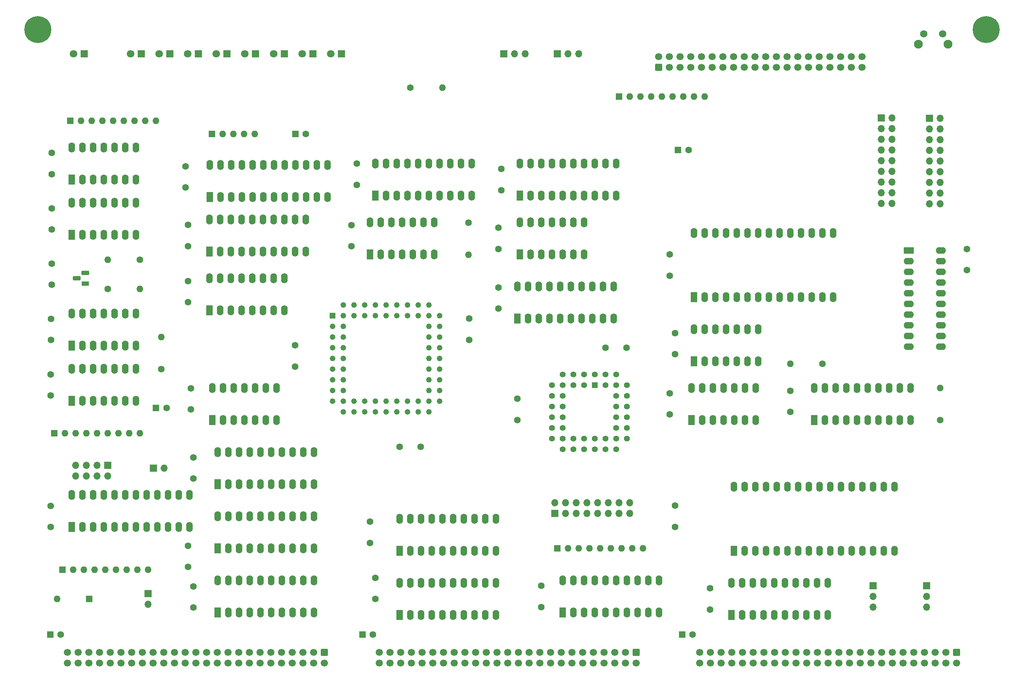
<source format=gbr>
%TF.GenerationSoftware,KiCad,Pcbnew,(6.0.11)*%
%TF.CreationDate,2024-11-04T08:13:37-06:00*%
%TF.ProjectId,processor.80C188,70726f63-6573-4736-9f72-2e3830433138,v0.8*%
%TF.SameCoordinates,Original*%
%TF.FileFunction,Soldermask,Top*%
%TF.FilePolarity,Negative*%
%FSLAX46Y46*%
G04 Gerber Fmt 4.6, Leading zero omitted, Abs format (unit mm)*
G04 Created by KiCad (PCBNEW (6.0.11)) date 2024-11-04 08:13:37*
%MOMM*%
%LPD*%
G01*
G04 APERTURE LIST*
G04 Aperture macros list*
%AMRoundRect*
0 Rectangle with rounded corners*
0 $1 Rounding radius*
0 $2 $3 $4 $5 $6 $7 $8 $9 X,Y pos of 4 corners*
0 Add a 4 corners polygon primitive as box body*
4,1,4,$2,$3,$4,$5,$6,$7,$8,$9,$2,$3,0*
0 Add four circle primitives for the rounded corners*
1,1,$1+$1,$2,$3*
1,1,$1+$1,$4,$5*
1,1,$1+$1,$6,$7*
1,1,$1+$1,$8,$9*
0 Add four rect primitives between the rounded corners*
20,1,$1+$1,$2,$3,$4,$5,0*
20,1,$1+$1,$4,$5,$6,$7,0*
20,1,$1+$1,$6,$7,$8,$9,0*
20,1,$1+$1,$8,$9,$2,$3,0*%
G04 Aperture macros list end*
%ADD10RoundRect,0.250000X-0.600000X0.600000X-0.600000X-0.600000X0.600000X-0.600000X0.600000X0.600000X0*%
%ADD11C,1.700000*%
%ADD12C,1.600000*%
%ADD13R,1.600000X1.600000*%
%ADD14R,1.800000X1.800000*%
%ADD15C,1.800000*%
%ADD16O,1.600000X1.600000*%
%ADD17R,1.600000X2.400000*%
%ADD18O,1.600000X2.400000*%
%ADD19C,6.400000*%
%ADD20R,1.800000X1.100000*%
%ADD21RoundRect,0.275000X0.625000X-0.275000X0.625000X0.275000X-0.625000X0.275000X-0.625000X-0.275000X0*%
%ADD22RoundRect,0.250000X0.600000X-0.600000X0.600000X0.600000X-0.600000X0.600000X-0.600000X-0.600000X0*%
%ADD23R,1.422400X1.422400*%
%ADD24C,1.422400*%
%ADD25R,1.320800X1.320800*%
%ADD26C,1.320800*%
%ADD27C,2.100000*%
%ADD28C,1.750000*%
%ADD29R,1.700000X1.700000*%
%ADD30O,1.700000X1.700000*%
%ADD31R,2.400000X1.600000*%
%ADD32O,2.400000X1.600000*%
G04 APERTURE END LIST*
D10*
%TO.C,P1*%
X108000000Y-223000000D03*
D11*
X108000000Y-225540000D03*
X105460000Y-223000000D03*
X105460000Y-225540000D03*
X102920000Y-223000000D03*
X102920000Y-225540000D03*
X100380000Y-223000000D03*
X100380000Y-225540000D03*
X97840000Y-223000000D03*
X97840000Y-225540000D03*
X95300000Y-223000000D03*
X95300000Y-225540000D03*
X92760000Y-223000000D03*
X92760000Y-225540000D03*
X90220000Y-223000000D03*
X90220000Y-225540000D03*
X87680000Y-223000000D03*
X87680000Y-225540000D03*
X85140000Y-223000000D03*
X85140000Y-225540000D03*
X82600000Y-223000000D03*
X82600000Y-225540000D03*
X80060000Y-223000000D03*
X80060000Y-225540000D03*
X77520000Y-223000000D03*
X77520000Y-225540000D03*
X74980000Y-223000000D03*
X74980000Y-225540000D03*
X72440000Y-223000000D03*
X72440000Y-225540000D03*
X69900000Y-223000000D03*
X69900000Y-225540000D03*
X67360000Y-223000000D03*
X67360000Y-225540000D03*
X64820000Y-223000000D03*
X64820000Y-225540000D03*
X62280000Y-223000000D03*
X62280000Y-225540000D03*
X59740000Y-223000000D03*
X59740000Y-225540000D03*
X57200000Y-223000000D03*
X57200000Y-225540000D03*
X54660000Y-223000000D03*
X54660000Y-225540000D03*
X52120000Y-223000000D03*
X52120000Y-225540000D03*
X49580000Y-223000000D03*
X49580000Y-225540000D03*
X47040000Y-223000000D03*
X47040000Y-225540000D03*
%TD*%
D12*
%TO.C,C2*%
X142315000Y-143680000D03*
X142315000Y-148680000D03*
%TD*%
%TO.C,C3*%
X43255000Y-130605000D03*
X43255000Y-135605000D03*
%TD*%
%TO.C,C4*%
X174700000Y-150625000D03*
X179700000Y-150625000D03*
%TD*%
%TO.C,C5*%
X75640000Y-197655000D03*
X75640000Y-202655000D03*
%TD*%
%TO.C,C6*%
X43000000Y-156900000D03*
X43000000Y-161900000D03*
%TD*%
%TO.C,C8*%
X159460000Y-207180000D03*
X159460000Y-212180000D03*
%TD*%
%TO.C,C9*%
X125845000Y-174120000D03*
X130845000Y-174120000D03*
%TD*%
%TO.C,C10*%
X76910000Y-207270000D03*
X76910000Y-212270000D03*
%TD*%
%TO.C,C11*%
X43255000Y-117457500D03*
X43255000Y-122457500D03*
%TD*%
%TO.C,C14*%
X149300000Y-122090000D03*
X149300000Y-127090000D03*
%TD*%
%TO.C,C15*%
X149330000Y-136305000D03*
X149330000Y-141305000D03*
%TD*%
D13*
%TO.C,C25*%
X42929600Y-218750000D03*
D12*
X45429600Y-218750000D03*
%TD*%
D13*
%TO.C,C26*%
X68019900Y-164900000D03*
D12*
X70519900Y-164900000D03*
%TD*%
%TO.C,C17*%
X189940000Y-128440000D03*
X189940000Y-133440000D03*
%TD*%
%TO.C,C20*%
X120090000Y-205315000D03*
X120090000Y-210315000D03*
%TD*%
%TO.C,C21*%
X76910000Y-176660000D03*
X76910000Y-181660000D03*
%TD*%
%TO.C,C22*%
X75640000Y-134750000D03*
X75640000Y-139750000D03*
%TD*%
%TO.C,C23*%
X153745000Y-167730000D03*
X153745000Y-162730000D03*
%TD*%
D13*
%TO.C,C27*%
X117000000Y-218750000D03*
D12*
X119500000Y-218750000D03*
%TD*%
D13*
%TO.C,C28*%
X192884700Y-218750000D03*
D12*
X195384700Y-218750000D03*
%TD*%
D13*
%TO.C,C29*%
X191909900Y-103635000D03*
D12*
X194409900Y-103635000D03*
%TD*%
D14*
%TO.C,D4*%
X64544000Y-80775000D03*
D15*
X62004000Y-80775000D03*
%TD*%
D13*
%TO.C,D6*%
X52145000Y-210315000D03*
D16*
X44525000Y-210315000D03*
%TD*%
D14*
%TO.C,D2*%
X71326000Y-80775000D03*
D15*
X68786000Y-80775000D03*
%TD*%
D12*
%TO.C,R5*%
X69290000Y-155705000D03*
D16*
X69290000Y-148085000D03*
%TD*%
D17*
%TO.C,U4*%
X48000000Y-163200000D03*
D18*
X50540000Y-163200000D03*
X53080000Y-163200000D03*
X55620000Y-163200000D03*
X58160000Y-163200000D03*
X60700000Y-163200000D03*
X63240000Y-163200000D03*
X63240000Y-155580000D03*
X60700000Y-155580000D03*
X58160000Y-155580000D03*
X55620000Y-155580000D03*
X53080000Y-155580000D03*
X50540000Y-155580000D03*
X48000000Y-155580000D03*
%TD*%
D17*
%TO.C,U6*%
X82630000Y-198240000D03*
D18*
X85170000Y-198240000D03*
X87710000Y-198240000D03*
X90250000Y-198240000D03*
X92790000Y-198240000D03*
X95330000Y-198240000D03*
X97870000Y-198240000D03*
X100410000Y-198240000D03*
X102950000Y-198240000D03*
X105490000Y-198240000D03*
X105490000Y-190620000D03*
X102950000Y-190620000D03*
X100410000Y-190620000D03*
X97870000Y-190620000D03*
X95330000Y-190620000D03*
X92790000Y-190620000D03*
X90250000Y-190620000D03*
X87710000Y-190620000D03*
X85170000Y-190620000D03*
X82630000Y-190620000D03*
%TD*%
D17*
%TO.C,U8*%
X164540000Y-213480000D03*
D18*
X167080000Y-213480000D03*
X169620000Y-213480000D03*
X172160000Y-213480000D03*
X174700000Y-213480000D03*
X177240000Y-213480000D03*
X179780000Y-213480000D03*
X182320000Y-213480000D03*
X184860000Y-213480000D03*
X187400000Y-213480000D03*
X187400000Y-205860000D03*
X184860000Y-205860000D03*
X182320000Y-205860000D03*
X179780000Y-205860000D03*
X177240000Y-205860000D03*
X174700000Y-205860000D03*
X172160000Y-205860000D03*
X169620000Y-205860000D03*
X167080000Y-205860000D03*
X164540000Y-205860000D03*
%TD*%
D17*
%TO.C,U15*%
X48000000Y-193200000D03*
D18*
X50540000Y-193200000D03*
X53080000Y-193200000D03*
X55620000Y-193200000D03*
X58160000Y-193200000D03*
X60700000Y-193200000D03*
X63240000Y-193200000D03*
X65780000Y-193200000D03*
X68320000Y-193200000D03*
X70860000Y-193200000D03*
X73400000Y-193200000D03*
X75940000Y-193200000D03*
X75940000Y-185580000D03*
X73400000Y-185580000D03*
X70860000Y-185580000D03*
X68320000Y-185580000D03*
X65780000Y-185580000D03*
X63240000Y-185580000D03*
X60700000Y-185580000D03*
X58160000Y-185580000D03*
X55620000Y-185580000D03*
X53080000Y-185580000D03*
X50540000Y-185580000D03*
X48000000Y-185580000D03*
%TD*%
D17*
%TO.C,U1*%
X48000000Y-150052500D03*
D18*
X50540000Y-150052500D03*
X53080000Y-150052500D03*
X55620000Y-150052500D03*
X58160000Y-150052500D03*
X60700000Y-150052500D03*
X63240000Y-150052500D03*
X63240000Y-142432500D03*
X60700000Y-142432500D03*
X58160000Y-142432500D03*
X55620000Y-142432500D03*
X53080000Y-142432500D03*
X50540000Y-142432500D03*
X48000000Y-142432500D03*
%TD*%
D10*
%TO.C,P2*%
X182000000Y-223000000D03*
D11*
X182000000Y-225540000D03*
X179460000Y-223000000D03*
X179460000Y-225540000D03*
X176920000Y-223000000D03*
X176920000Y-225540000D03*
X174380000Y-223000000D03*
X174380000Y-225540000D03*
X171840000Y-223000000D03*
X171840000Y-225540000D03*
X169300000Y-223000000D03*
X169300000Y-225540000D03*
X166760000Y-223000000D03*
X166760000Y-225540000D03*
X164220000Y-223000000D03*
X164220000Y-225540000D03*
X161680000Y-223000000D03*
X161680000Y-225540000D03*
X159140000Y-223000000D03*
X159140000Y-225540000D03*
X156600000Y-223000000D03*
X156600000Y-225540000D03*
X154060000Y-223000000D03*
X154060000Y-225540000D03*
X151520000Y-223000000D03*
X151520000Y-225540000D03*
X148980000Y-223000000D03*
X148980000Y-225540000D03*
X146440000Y-223000000D03*
X146440000Y-225540000D03*
X143900000Y-223000000D03*
X143900000Y-225540000D03*
X141360000Y-223000000D03*
X141360000Y-225540000D03*
X138820000Y-223000000D03*
X138820000Y-225540000D03*
X136280000Y-223000000D03*
X136280000Y-225540000D03*
X133740000Y-223000000D03*
X133740000Y-225540000D03*
X131200000Y-223000000D03*
X131200000Y-225540000D03*
X128660000Y-223000000D03*
X128660000Y-225540000D03*
X126120000Y-223000000D03*
X126120000Y-225540000D03*
X123580000Y-223000000D03*
X123580000Y-225540000D03*
X121040000Y-223000000D03*
X121040000Y-225540000D03*
%TD*%
D19*
%TO.C,H2*%
X265000000Y-75000000D03*
%TD*%
D13*
%TO.C,RN1*%
X43875000Y-170945000D03*
D16*
X46415000Y-170945000D03*
X48955000Y-170945000D03*
X51495000Y-170945000D03*
X54035000Y-170945000D03*
X56575000Y-170945000D03*
X59115000Y-170945000D03*
X61655000Y-170945000D03*
X64195000Y-170945000D03*
%TD*%
D17*
%TO.C,U11*%
X204550000Y-214115000D03*
D18*
X207090000Y-214115000D03*
X209630000Y-214115000D03*
X212170000Y-214115000D03*
X214710000Y-214115000D03*
X217250000Y-214115000D03*
X219790000Y-214115000D03*
X222330000Y-214115000D03*
X224870000Y-214115000D03*
X227410000Y-214115000D03*
X227410000Y-206495000D03*
X224870000Y-206495000D03*
X222330000Y-206495000D03*
X219790000Y-206495000D03*
X217250000Y-206495000D03*
X214710000Y-206495000D03*
X212170000Y-206495000D03*
X209630000Y-206495000D03*
X207090000Y-206495000D03*
X204550000Y-206495000D03*
%TD*%
D12*
%TO.C,C19*%
X43000000Y-188200000D03*
X43000000Y-193200000D03*
%TD*%
%TO.C,C18*%
X43125000Y-143752500D03*
X43125000Y-148752500D03*
%TD*%
%TO.C,C12*%
X76275000Y-160230000D03*
X76275000Y-165230000D03*
%TD*%
%TO.C,C16*%
X199465000Y-207775000D03*
X199465000Y-212775000D03*
%TD*%
D17*
%TO.C,U3*%
X80725000Y-127755000D03*
D18*
X83265000Y-127755000D03*
X85805000Y-127755000D03*
X88345000Y-127755000D03*
X90885000Y-127755000D03*
X93425000Y-127755000D03*
X95965000Y-127755000D03*
X98505000Y-127755000D03*
X101045000Y-127755000D03*
X103585000Y-127755000D03*
X103585000Y-120135000D03*
X101045000Y-120135000D03*
X98505000Y-120135000D03*
X95965000Y-120135000D03*
X93425000Y-120135000D03*
X90885000Y-120135000D03*
X88345000Y-120135000D03*
X85805000Y-120135000D03*
X83265000Y-120135000D03*
X80725000Y-120135000D03*
%TD*%
D19*
%TO.C,H1*%
X40000000Y-75000000D03*
%TD*%
D14*
%TO.C,D7*%
X50980000Y-80775000D03*
D15*
X48440000Y-80775000D03*
%TD*%
D10*
%TO.C,P3*%
X258000000Y-223000000D03*
D11*
X258000000Y-225540000D03*
X255460000Y-223000000D03*
X255460000Y-225540000D03*
X252920000Y-223000000D03*
X252920000Y-225540000D03*
X250380000Y-223000000D03*
X250380000Y-225540000D03*
X247840000Y-223000000D03*
X247840000Y-225540000D03*
X245300000Y-223000000D03*
X245300000Y-225540000D03*
X242760000Y-223000000D03*
X242760000Y-225540000D03*
X240220000Y-223000000D03*
X240220000Y-225540000D03*
X237680000Y-223000000D03*
X237680000Y-225540000D03*
X235140000Y-223000000D03*
X235140000Y-225540000D03*
X232600000Y-223000000D03*
X232600000Y-225540000D03*
X230060000Y-223000000D03*
X230060000Y-225540000D03*
X227520000Y-223000000D03*
X227520000Y-225540000D03*
X224980000Y-223000000D03*
X224980000Y-225540000D03*
X222440000Y-223000000D03*
X222440000Y-225540000D03*
X219900000Y-223000000D03*
X219900000Y-225540000D03*
X217360000Y-223000000D03*
X217360000Y-225540000D03*
X214820000Y-223000000D03*
X214820000Y-225540000D03*
X212280000Y-223000000D03*
X212280000Y-225540000D03*
X209740000Y-223000000D03*
X209740000Y-225540000D03*
X207200000Y-223000000D03*
X207200000Y-225540000D03*
X204660000Y-223000000D03*
X204660000Y-225540000D03*
X202120000Y-223000000D03*
X202120000Y-225540000D03*
X199580000Y-223000000D03*
X199580000Y-225540000D03*
X197040000Y-223000000D03*
X197040000Y-225540000D03*
%TD*%
D20*
%TO.C,U13*%
X51275000Y-135385000D03*
D21*
X49205000Y-134115000D03*
X51275000Y-132845000D03*
%TD*%
D12*
%TO.C,C36*%
X149935000Y-108120000D03*
X149935000Y-113120000D03*
%TD*%
%TO.C,C38*%
X114380000Y-121455000D03*
X114380000Y-126455000D03*
%TD*%
D13*
%TO.C,C46*%
X101104900Y-99825000D03*
D12*
X103604900Y-99825000D03*
%TD*%
D17*
%TO.C,U19*%
X153750000Y-143630000D03*
D18*
X156290000Y-143630000D03*
X158830000Y-143630000D03*
X161370000Y-143630000D03*
X163910000Y-143630000D03*
X166450000Y-143630000D03*
X168990000Y-143630000D03*
X171530000Y-143630000D03*
X174070000Y-143630000D03*
X176610000Y-143630000D03*
X176610000Y-136010000D03*
X174070000Y-136010000D03*
X171530000Y-136010000D03*
X168990000Y-136010000D03*
X166450000Y-136010000D03*
X163910000Y-136010000D03*
X161370000Y-136010000D03*
X158830000Y-136010000D03*
X156290000Y-136010000D03*
X153750000Y-136010000D03*
%TD*%
D14*
%TO.C,D9*%
X84890000Y-80775000D03*
D15*
X82350000Y-80775000D03*
%TD*%
D13*
%TO.C,RN4*%
X45795000Y-203330000D03*
D16*
X48335000Y-203330000D03*
X50875000Y-203330000D03*
X53415000Y-203330000D03*
X55955000Y-203330000D03*
X58495000Y-203330000D03*
X61035000Y-203330000D03*
X63575000Y-203330000D03*
X66115000Y-203330000D03*
%TD*%
D22*
%TO.C,J11*%
X187350000Y-83917500D03*
D11*
X187350000Y-81377500D03*
X189890000Y-83917500D03*
X189890000Y-81377500D03*
X192430000Y-83917500D03*
X192430000Y-81377500D03*
X194970000Y-83917500D03*
X194970000Y-81377500D03*
X197510000Y-83917500D03*
X197510000Y-81377500D03*
X200050000Y-83917500D03*
X200050000Y-81377500D03*
X202590000Y-83917500D03*
X202590000Y-81377500D03*
X205130000Y-83917500D03*
X205130000Y-81377500D03*
X207670000Y-83917500D03*
X207670000Y-81377500D03*
X210210000Y-83917500D03*
X210210000Y-81377500D03*
X212750000Y-83917500D03*
X212750000Y-81377500D03*
X215290000Y-83917500D03*
X215290000Y-81377500D03*
X217830000Y-83917500D03*
X217830000Y-81377500D03*
X220370000Y-83917500D03*
X220370000Y-81377500D03*
X222910000Y-83917500D03*
X222910000Y-81377500D03*
X225450000Y-83917500D03*
X225450000Y-81377500D03*
X227990000Y-83917500D03*
X227990000Y-81377500D03*
X230530000Y-83917500D03*
X230530000Y-81377500D03*
X233070000Y-83917500D03*
X233070000Y-81377500D03*
X235610000Y-83917500D03*
X235610000Y-81377500D03*
%TD*%
D13*
%TO.C,RN5*%
X177875000Y-90935000D03*
D16*
X180415000Y-90935000D03*
X182955000Y-90935000D03*
X185495000Y-90935000D03*
X188035000Y-90935000D03*
X190575000Y-90935000D03*
X193115000Y-90935000D03*
X195655000Y-90935000D03*
X198195000Y-90935000D03*
%TD*%
D17*
%TO.C,U31*%
X154385000Y-114420000D03*
D18*
X156925000Y-114420000D03*
X159465000Y-114420000D03*
X162005000Y-114420000D03*
X164545000Y-114420000D03*
X167085000Y-114420000D03*
X169625000Y-114420000D03*
X172165000Y-114420000D03*
X174705000Y-114420000D03*
X177245000Y-114420000D03*
X177245000Y-106800000D03*
X174705000Y-106800000D03*
X172165000Y-106800000D03*
X169625000Y-106800000D03*
X167085000Y-106800000D03*
X164545000Y-106800000D03*
X162005000Y-106800000D03*
X159465000Y-106800000D03*
X156925000Y-106800000D03*
X154385000Y-106800000D03*
%TD*%
D17*
%TO.C,U33*%
X120095000Y-114420000D03*
D18*
X122635000Y-114420000D03*
X125175000Y-114420000D03*
X127715000Y-114420000D03*
X130255000Y-114420000D03*
X132795000Y-114420000D03*
X135335000Y-114420000D03*
X137875000Y-114420000D03*
X140415000Y-114420000D03*
X142955000Y-114420000D03*
X142955000Y-106800000D03*
X140415000Y-106800000D03*
X137875000Y-106800000D03*
X135335000Y-106800000D03*
X132795000Y-106800000D03*
X130255000Y-106800000D03*
X127715000Y-106800000D03*
X125175000Y-106800000D03*
X122635000Y-106800000D03*
X120095000Y-106800000D03*
%TD*%
D23*
%TO.C,U20*%
X172160000Y-159515000D03*
D24*
X169620000Y-156975000D03*
X169620000Y-159515000D03*
X167080000Y-156975000D03*
X167080000Y-159515000D03*
X164540000Y-156975000D03*
X162000000Y-159515000D03*
X164540000Y-159515000D03*
X162000000Y-162055000D03*
X164540000Y-162055000D03*
X162000000Y-164595000D03*
X164540000Y-164595000D03*
X162000000Y-167135000D03*
X164540000Y-167135000D03*
X162000000Y-169675000D03*
X164540000Y-169675000D03*
X162000000Y-172215000D03*
X164540000Y-174755000D03*
X164540000Y-172215000D03*
X167080000Y-174755000D03*
X167080000Y-172215000D03*
X169620000Y-174755000D03*
X169620000Y-172215000D03*
X172160000Y-174755000D03*
X172160000Y-172215000D03*
X174700000Y-174755000D03*
X174700000Y-172215000D03*
X177240000Y-174755000D03*
X179780000Y-172215000D03*
X177240000Y-172215000D03*
X179780000Y-169675000D03*
X177240000Y-169675000D03*
X179780000Y-167135000D03*
X177240000Y-167135000D03*
X179780000Y-164595000D03*
X177240000Y-164595000D03*
X179780000Y-162055000D03*
X177240000Y-162055000D03*
X179780000Y-159515000D03*
X177240000Y-156975000D03*
X177240000Y-159515000D03*
X174700000Y-156975000D03*
X174700000Y-159515000D03*
X172160000Y-156975000D03*
%TD*%
D12*
%TO.C,C37*%
X118820000Y-191940000D03*
X118820000Y-196940000D03*
%TD*%
D17*
%TO.C,U9*%
X81350000Y-167760000D03*
D18*
X83890000Y-167760000D03*
X86430000Y-167760000D03*
X88970000Y-167760000D03*
X91510000Y-167760000D03*
X94050000Y-167760000D03*
X96590000Y-167760000D03*
X96590000Y-160140000D03*
X94050000Y-160140000D03*
X91510000Y-160140000D03*
X88970000Y-160140000D03*
X86430000Y-160140000D03*
X83890000Y-160140000D03*
X81350000Y-160140000D03*
%TD*%
D17*
%TO.C,U10*%
X125810000Y-214115000D03*
D18*
X128350000Y-214115000D03*
X130890000Y-214115000D03*
X133430000Y-214115000D03*
X135970000Y-214115000D03*
X138510000Y-214115000D03*
X141050000Y-214115000D03*
X143590000Y-214115000D03*
X146130000Y-214115000D03*
X148670000Y-214115000D03*
X148670000Y-206495000D03*
X146130000Y-206495000D03*
X143590000Y-206495000D03*
X141050000Y-206495000D03*
X138510000Y-206495000D03*
X135970000Y-206495000D03*
X133430000Y-206495000D03*
X130890000Y-206495000D03*
X128350000Y-206495000D03*
X125810000Y-206495000D03*
%TD*%
D25*
%TO.C,U12*%
X109930000Y-143005000D03*
D26*
X112470000Y-143005000D03*
X109930000Y-145545000D03*
X112470000Y-145545000D03*
X109930000Y-148085000D03*
X112470000Y-148085000D03*
X109930000Y-150625000D03*
X112470000Y-150625000D03*
X109930000Y-153165000D03*
X112470000Y-153165000D03*
X109930000Y-155705000D03*
X112470000Y-155705000D03*
X109930000Y-158245000D03*
X112470000Y-158245000D03*
X109930000Y-160785000D03*
X112470000Y-160785000D03*
X109930000Y-163325000D03*
X112470000Y-165865000D03*
X112470000Y-163325000D03*
X115010000Y-165865000D03*
X115010000Y-163325000D03*
X117550000Y-165865000D03*
X117550000Y-163325000D03*
X120090000Y-165865000D03*
X120090000Y-163325000D03*
X122630000Y-165865000D03*
X122630000Y-163325000D03*
X125170000Y-165865000D03*
X125170000Y-163325000D03*
X127710000Y-165865000D03*
X127710000Y-163325000D03*
X130250000Y-165865000D03*
X130250000Y-163325000D03*
X132790000Y-165865000D03*
X135330000Y-163325000D03*
X132790000Y-163325000D03*
X135330000Y-160785000D03*
X132790000Y-160785000D03*
X135330000Y-158245000D03*
X132790000Y-158245000D03*
X135330000Y-155705000D03*
X132790000Y-155705000D03*
X135330000Y-153165000D03*
X132790000Y-153165000D03*
X135330000Y-150625000D03*
X132790000Y-150625000D03*
X135330000Y-148085000D03*
X132790000Y-148085000D03*
X135330000Y-145545000D03*
X132790000Y-145545000D03*
X135330000Y-143005000D03*
X132790000Y-140465000D03*
X132790000Y-143005000D03*
X130250000Y-140465000D03*
X130250000Y-143005000D03*
X127710000Y-140465000D03*
X127710000Y-143005000D03*
X125170000Y-140465000D03*
X125170000Y-143005000D03*
X122630000Y-140465000D03*
X122630000Y-143005000D03*
X120090000Y-140465000D03*
X120090000Y-143005000D03*
X117550000Y-140465000D03*
X117550000Y-143005000D03*
X115010000Y-140465000D03*
X115010000Y-143005000D03*
X112470000Y-140465000D03*
%TD*%
D12*
%TO.C,C30*%
X191210000Y-188130000D03*
X191210000Y-193130000D03*
%TD*%
%TO.C,C31*%
X115660000Y-106850000D03*
X115660000Y-111850000D03*
%TD*%
%TO.C,C32*%
X101040000Y-150030000D03*
X101040000Y-155030000D03*
%TD*%
%TO.C,C33*%
X75005000Y-107485000D03*
X75005000Y-112485000D03*
%TD*%
%TO.C,C34*%
X43255000Y-104310000D03*
X43255000Y-109310000D03*
%TD*%
%TO.C,C35*%
X260425000Y-132155400D03*
X260425000Y-127155400D03*
%TD*%
D17*
%TO.C,U14*%
X82630000Y-213480000D03*
D18*
X85170000Y-213480000D03*
X87710000Y-213480000D03*
X90250000Y-213480000D03*
X92790000Y-213480000D03*
X95330000Y-213480000D03*
X97870000Y-213480000D03*
X100410000Y-213480000D03*
X102950000Y-213480000D03*
X105490000Y-213480000D03*
X105490000Y-205860000D03*
X102950000Y-205860000D03*
X100410000Y-205860000D03*
X97870000Y-205860000D03*
X95330000Y-205860000D03*
X92790000Y-205860000D03*
X90250000Y-205860000D03*
X87710000Y-205860000D03*
X85170000Y-205860000D03*
X82630000Y-205860000D03*
%TD*%
D17*
%TO.C,U2*%
X118815000Y-128390000D03*
D18*
X121355000Y-128390000D03*
X123895000Y-128390000D03*
X126435000Y-128390000D03*
X128975000Y-128390000D03*
X131515000Y-128390000D03*
X134055000Y-128390000D03*
X134055000Y-120770000D03*
X131515000Y-120770000D03*
X128975000Y-120770000D03*
X126435000Y-120770000D03*
X123895000Y-120770000D03*
X121355000Y-120770000D03*
X118815000Y-120770000D03*
%TD*%
D27*
%TO.C,SW1*%
X255985000Y-78452500D03*
X248975000Y-78452500D03*
D28*
X250225000Y-75962500D03*
X254725000Y-75962500D03*
%TD*%
D12*
%TO.C,C39*%
X75640000Y-121415000D03*
X75640000Y-126415000D03*
%TD*%
D17*
%TO.C,U18*%
X195080000Y-167735000D03*
D18*
X197620000Y-167735000D03*
X200160000Y-167735000D03*
X202700000Y-167735000D03*
X205240000Y-167735000D03*
X207780000Y-167735000D03*
X210320000Y-167735000D03*
X210320000Y-160115000D03*
X207780000Y-160115000D03*
X205240000Y-160115000D03*
X202700000Y-160115000D03*
X200160000Y-160115000D03*
X197620000Y-160115000D03*
X195080000Y-160115000D03*
%TD*%
D12*
%TO.C,C13*%
X189940000Y-161420000D03*
X189940000Y-166420000D03*
%TD*%
%TO.C,C24*%
X191195000Y-147100000D03*
X191195000Y-152100000D03*
%TD*%
%TO.C,R9*%
X64210000Y-129670000D03*
D16*
X56590000Y-129670000D03*
%TD*%
D17*
%TO.C,U22*%
X125810000Y-198875000D03*
D18*
X128350000Y-198875000D03*
X130890000Y-198875000D03*
X133430000Y-198875000D03*
X135970000Y-198875000D03*
X138510000Y-198875000D03*
X141050000Y-198875000D03*
X143590000Y-198875000D03*
X146130000Y-198875000D03*
X148670000Y-198875000D03*
X148670000Y-191255000D03*
X146130000Y-191255000D03*
X143590000Y-191255000D03*
X141050000Y-191255000D03*
X138510000Y-191255000D03*
X135970000Y-191255000D03*
X133430000Y-191255000D03*
X130890000Y-191255000D03*
X128350000Y-191255000D03*
X125810000Y-191255000D03*
%TD*%
D14*
%TO.C,D10*%
X98454000Y-80775000D03*
D15*
X95914000Y-80775000D03*
%TD*%
D29*
%TO.C,JP1*%
X67380000Y-179200000D03*
D30*
X69920000Y-179200000D03*
%TD*%
D29*
%TO.C,J7*%
X240105000Y-96015000D03*
D30*
X242645000Y-96015000D03*
X240105000Y-98555000D03*
X242645000Y-98555000D03*
X240105000Y-101095000D03*
X242645000Y-101095000D03*
X240105000Y-103635000D03*
X242645000Y-103635000D03*
X240105000Y-106175000D03*
X242645000Y-106175000D03*
X240105000Y-108715000D03*
X242645000Y-108715000D03*
X240105000Y-111255000D03*
X242645000Y-111255000D03*
X240105000Y-113795000D03*
X242645000Y-113795000D03*
X240105000Y-116335000D03*
X242645000Y-116335000D03*
%TD*%
D12*
%TO.C,R3*%
X254075000Y-167770000D03*
D16*
X254075000Y-160150000D03*
%TD*%
D29*
%TO.C,J3*%
X163285000Y-80705000D03*
D30*
X165825000Y-80705000D03*
X168365000Y-80705000D03*
%TD*%
D17*
%TO.C,U17*%
X82630000Y-183000000D03*
D18*
X85170000Y-183000000D03*
X87710000Y-183000000D03*
X90250000Y-183000000D03*
X92790000Y-183000000D03*
X95330000Y-183000000D03*
X97870000Y-183000000D03*
X100410000Y-183000000D03*
X102950000Y-183000000D03*
X105490000Y-183000000D03*
X105490000Y-175380000D03*
X102950000Y-175380000D03*
X100410000Y-175380000D03*
X97870000Y-175380000D03*
X95330000Y-175380000D03*
X92790000Y-175380000D03*
X90250000Y-175380000D03*
X87710000Y-175380000D03*
X85170000Y-175380000D03*
X82630000Y-175380000D03*
%TD*%
D29*
%TO.C,J1*%
X162635000Y-189995000D03*
D30*
X162635000Y-187455000D03*
X165175000Y-189995000D03*
X165175000Y-187455000D03*
X167715000Y-189995000D03*
X167715000Y-187455000D03*
X170255000Y-189995000D03*
X170255000Y-187455000D03*
X172795000Y-189995000D03*
X172795000Y-187455000D03*
X175335000Y-189995000D03*
X175335000Y-187455000D03*
X177875000Y-189995000D03*
X177875000Y-187455000D03*
X180415000Y-189995000D03*
X180415000Y-187455000D03*
%TD*%
D29*
%TO.C,JP4*%
X56590000Y-178565000D03*
D30*
X56590000Y-181105000D03*
X54050000Y-178565000D03*
X54050000Y-181105000D03*
X51510000Y-178565000D03*
X51510000Y-181105000D03*
X48970000Y-178565000D03*
X48970000Y-181105000D03*
%TD*%
D17*
%TO.C,U27*%
X224235000Y-167760000D03*
D18*
X226775000Y-167760000D03*
X229315000Y-167760000D03*
X231855000Y-167760000D03*
X234395000Y-167760000D03*
X236935000Y-167760000D03*
X239475000Y-167760000D03*
X242015000Y-167760000D03*
X244555000Y-167760000D03*
X247095000Y-167760000D03*
X247095000Y-160140000D03*
X244555000Y-160140000D03*
X242015000Y-160140000D03*
X239475000Y-160140000D03*
X236935000Y-160140000D03*
X234395000Y-160140000D03*
X231855000Y-160140000D03*
X229315000Y-160140000D03*
X226775000Y-160140000D03*
X224235000Y-160140000D03*
%TD*%
D14*
%TO.C,D5*%
X78108000Y-80775000D03*
D15*
X75568000Y-80775000D03*
%TD*%
D12*
%TO.C,C40*%
X218515000Y-160825000D03*
X218515000Y-165825000D03*
%TD*%
D14*
%TO.C,D8*%
X91672000Y-80775000D03*
D15*
X89132000Y-80775000D03*
%TD*%
D17*
%TO.C,U26*%
X205180000Y-198885000D03*
D18*
X207720000Y-198885000D03*
X210260000Y-198885000D03*
X212800000Y-198885000D03*
X215340000Y-198885000D03*
X217880000Y-198885000D03*
X220420000Y-198885000D03*
X222960000Y-198885000D03*
X225500000Y-198885000D03*
X228040000Y-198885000D03*
X230580000Y-198885000D03*
X233120000Y-198885000D03*
X235660000Y-198885000D03*
X238200000Y-198885000D03*
X240740000Y-198885000D03*
X243280000Y-198885000D03*
X243280000Y-183645000D03*
X240740000Y-183645000D03*
X238200000Y-183645000D03*
X235660000Y-183645000D03*
X233120000Y-183645000D03*
X230580000Y-183645000D03*
X228040000Y-183645000D03*
X225500000Y-183645000D03*
X222960000Y-183645000D03*
X220420000Y-183645000D03*
X217880000Y-183645000D03*
X215340000Y-183645000D03*
X212800000Y-183645000D03*
X210260000Y-183645000D03*
X207720000Y-183645000D03*
X205180000Y-183645000D03*
%TD*%
D29*
%TO.C,J8*%
X251535000Y-96025000D03*
D30*
X254075000Y-96025000D03*
X251535000Y-98565000D03*
X254075000Y-98565000D03*
X251535000Y-101105000D03*
X254075000Y-101105000D03*
X251535000Y-103645000D03*
X254075000Y-103645000D03*
X251535000Y-106185000D03*
X254075000Y-106185000D03*
X251535000Y-108725000D03*
X254075000Y-108725000D03*
X251535000Y-111265000D03*
X254075000Y-111265000D03*
X251535000Y-113805000D03*
X254075000Y-113805000D03*
X251535000Y-116345000D03*
X254075000Y-116345000D03*
%TD*%
D17*
%TO.C,U25*%
X80821600Y-114785600D03*
D18*
X83361600Y-114785600D03*
X85901600Y-114785600D03*
X88441600Y-114785600D03*
X90981600Y-114785600D03*
X93521600Y-114785600D03*
X96061600Y-114785600D03*
X98601600Y-114785600D03*
X101141600Y-114785600D03*
X103681600Y-114785600D03*
X106221600Y-114785600D03*
X108761600Y-114785600D03*
X108761600Y-107165600D03*
X106221600Y-107165600D03*
X103681600Y-107165600D03*
X101141600Y-107165600D03*
X98601600Y-107165600D03*
X96061600Y-107165600D03*
X93521600Y-107165600D03*
X90981600Y-107165600D03*
X88441600Y-107165600D03*
X85901600Y-107165600D03*
X83361600Y-107165600D03*
X80821600Y-107165600D03*
%TD*%
D12*
%TO.C,R7*%
X142213400Y-120907000D03*
D16*
X142213400Y-128527000D03*
%TD*%
D17*
%TO.C,U28*%
X195650000Y-153790000D03*
D18*
X198190000Y-153790000D03*
X200730000Y-153790000D03*
X203270000Y-153790000D03*
X205810000Y-153790000D03*
X208350000Y-153790000D03*
X210890000Y-153790000D03*
X210890000Y-146170000D03*
X208350000Y-146170000D03*
X205810000Y-146170000D03*
X203270000Y-146170000D03*
X200730000Y-146170000D03*
X198190000Y-146170000D03*
X195650000Y-146170000D03*
%TD*%
D29*
%TO.C,J4*%
X66115000Y-209040000D03*
D30*
X66115000Y-211580000D03*
%TD*%
D12*
%TO.C,R4*%
X128370400Y-88750600D03*
D16*
X135990400Y-88750600D03*
%TD*%
D29*
%TO.C,J13*%
X250900000Y-207155000D03*
D30*
X250900000Y-209695000D03*
X250900000Y-212235000D03*
%TD*%
D14*
%TO.C,D12*%
X112018000Y-80775000D03*
D15*
X109478000Y-80775000D03*
%TD*%
D17*
%TO.C,U23*%
X154380000Y-128400000D03*
D18*
X156920000Y-128400000D03*
X159460000Y-128400000D03*
X162000000Y-128400000D03*
X164540000Y-128400000D03*
X167080000Y-128400000D03*
X169620000Y-128400000D03*
X169620000Y-120780000D03*
X167080000Y-120780000D03*
X164540000Y-120780000D03*
X162000000Y-120780000D03*
X159460000Y-120780000D03*
X156920000Y-120780000D03*
X154380000Y-120780000D03*
%TD*%
D13*
%TO.C,RN6*%
X81335000Y-99825000D03*
D16*
X83875000Y-99825000D03*
X86415000Y-99825000D03*
X88955000Y-99825000D03*
X91495000Y-99825000D03*
%TD*%
D29*
%TO.C,J14*%
X238200000Y-207155000D03*
D30*
X238200000Y-209695000D03*
X238200000Y-212235000D03*
%TD*%
D13*
%TO.C,RN2*%
X163255000Y-198250000D03*
D16*
X165795000Y-198250000D03*
X168335000Y-198250000D03*
X170875000Y-198250000D03*
X173415000Y-198250000D03*
X175955000Y-198250000D03*
X178495000Y-198250000D03*
X181035000Y-198250000D03*
X183575000Y-198250000D03*
%TD*%
D31*
%TO.C,U7*%
X246683600Y-127460200D03*
D32*
X246683600Y-130000200D03*
X246683600Y-132540200D03*
X246683600Y-135080200D03*
X246683600Y-137620200D03*
X246683600Y-140160200D03*
X246683600Y-142700200D03*
X246683600Y-145240200D03*
X246683600Y-147780200D03*
X246683600Y-150320200D03*
X254303600Y-150320200D03*
X254303600Y-147780200D03*
X254303600Y-145240200D03*
X254303600Y-142700200D03*
X254303600Y-140160200D03*
X254303600Y-137620200D03*
X254303600Y-135080200D03*
X254303600Y-132540200D03*
X254303600Y-130000200D03*
X254303600Y-127460200D03*
%TD*%
D14*
%TO.C,D11*%
X105236000Y-80775000D03*
D15*
X102696000Y-80775000D03*
%TD*%
D12*
%TO.C,R2*%
X226135000Y-154435000D03*
D16*
X218515000Y-154435000D03*
%TD*%
D17*
%TO.C,U24*%
X80735000Y-141685000D03*
D18*
X83275000Y-141685000D03*
X85815000Y-141685000D03*
X88355000Y-141685000D03*
X90895000Y-141685000D03*
X93435000Y-141685000D03*
X95975000Y-141685000D03*
X98515000Y-141685000D03*
X98515000Y-134065000D03*
X95975000Y-134065000D03*
X93435000Y-134065000D03*
X90895000Y-134065000D03*
X88355000Y-134065000D03*
X85815000Y-134065000D03*
X83275000Y-134065000D03*
X80735000Y-134065000D03*
%TD*%
D17*
%TO.C,U5*%
X195665000Y-138565000D03*
D18*
X198205000Y-138565000D03*
X200745000Y-138565000D03*
X203285000Y-138565000D03*
X205825000Y-138565000D03*
X208365000Y-138565000D03*
X210905000Y-138565000D03*
X213445000Y-138565000D03*
X215985000Y-138565000D03*
X218525000Y-138565000D03*
X221065000Y-138565000D03*
X223605000Y-138565000D03*
X226145000Y-138565000D03*
X228685000Y-138565000D03*
X228685000Y-123325000D03*
X226145000Y-123325000D03*
X223605000Y-123325000D03*
X221065000Y-123325000D03*
X218525000Y-123325000D03*
X215985000Y-123325000D03*
X213445000Y-123325000D03*
X210905000Y-123325000D03*
X208365000Y-123325000D03*
X205825000Y-123325000D03*
X203285000Y-123325000D03*
X200745000Y-123325000D03*
X198205000Y-123325000D03*
X195665000Y-123325000D03*
%TD*%
D12*
%TO.C,R1*%
X56590000Y-136655000D03*
D16*
X64210000Y-136655000D03*
%TD*%
D13*
%TO.C,RN3*%
X47685000Y-96650000D03*
D16*
X50225000Y-96650000D03*
X52765000Y-96650000D03*
X55305000Y-96650000D03*
X57845000Y-96650000D03*
X60385000Y-96650000D03*
X62925000Y-96650000D03*
X65465000Y-96650000D03*
X68005000Y-96650000D03*
%TD*%
D17*
%TO.C,U16*%
X48000000Y-123757500D03*
D18*
X50540000Y-123757500D03*
X53080000Y-123757500D03*
X55620000Y-123757500D03*
X58160000Y-123757500D03*
X60700000Y-123757500D03*
X63240000Y-123757500D03*
X63240000Y-116137500D03*
X60700000Y-116137500D03*
X58160000Y-116137500D03*
X55620000Y-116137500D03*
X53080000Y-116137500D03*
X50540000Y-116137500D03*
X48000000Y-116137500D03*
%TD*%
D17*
%TO.C,U21*%
X48000000Y-110610000D03*
D18*
X50540000Y-110610000D03*
X53080000Y-110610000D03*
X55620000Y-110610000D03*
X58160000Y-110610000D03*
X60700000Y-110610000D03*
X63240000Y-110610000D03*
X63240000Y-102990000D03*
X60700000Y-102990000D03*
X58160000Y-102990000D03*
X55620000Y-102990000D03*
X53080000Y-102990000D03*
X50540000Y-102990000D03*
X48000000Y-102990000D03*
%TD*%
D29*
%TO.C,J2*%
X150585000Y-80705000D03*
D30*
X153125000Y-80705000D03*
X155665000Y-80705000D03*
%TD*%
M02*

</source>
